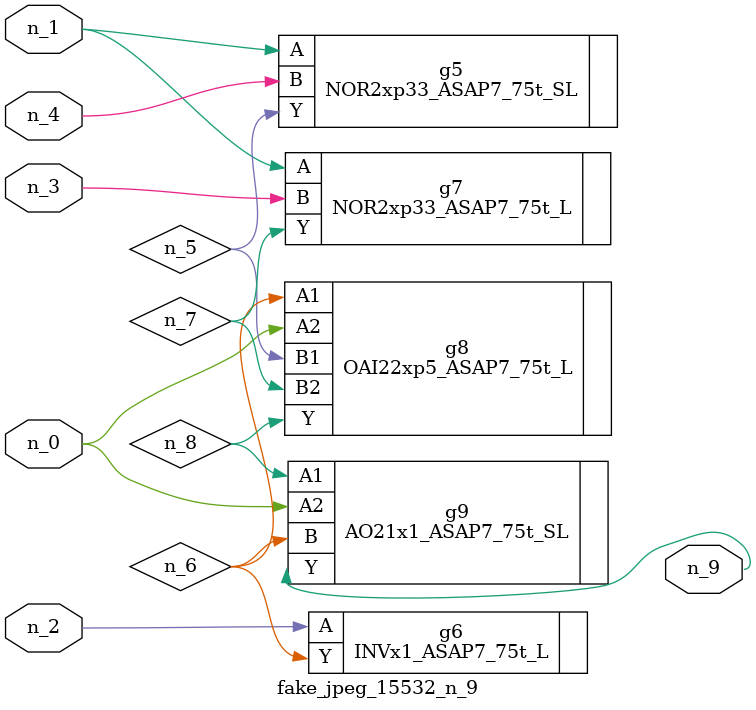
<source format=v>
module fake_jpeg_15532_n_9 (n_3, n_2, n_1, n_0, n_4, n_9);

input n_3;
input n_2;
input n_1;
input n_0;
input n_4;

output n_9;

wire n_8;
wire n_6;
wire n_5;
wire n_7;

NOR2xp33_ASAP7_75t_SL g5 ( 
.A(n_1),
.B(n_4),
.Y(n_5)
);

INVx1_ASAP7_75t_L g6 ( 
.A(n_2),
.Y(n_6)
);

NOR2xp33_ASAP7_75t_L g7 ( 
.A(n_1),
.B(n_3),
.Y(n_7)
);

OAI22xp5_ASAP7_75t_L g8 ( 
.A1(n_6),
.A2(n_0),
.B1(n_5),
.B2(n_7),
.Y(n_8)
);

AO21x1_ASAP7_75t_SL g9 ( 
.A1(n_8),
.A2(n_0),
.B(n_6),
.Y(n_9)
);


endmodule
</source>
